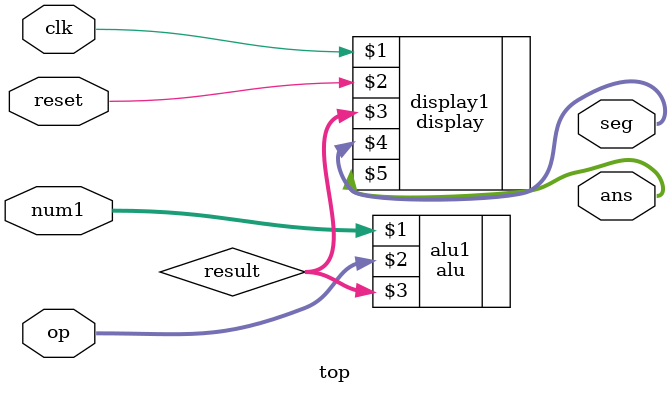
<source format=v>
`timescale 1ns / 1ps


module top(num1,op,clk,reset,seg,ans);
input wire[7:0] num1;
input wire[2:0] op;
input wire clk;
input wire reset;
output wire[6:0] seg;
output wire[7:0] ans;
wire[31:0] result;
alu alu1(num1,op,result);
display display1(clk,reset,result,seg,ans);
endmodule

</source>
